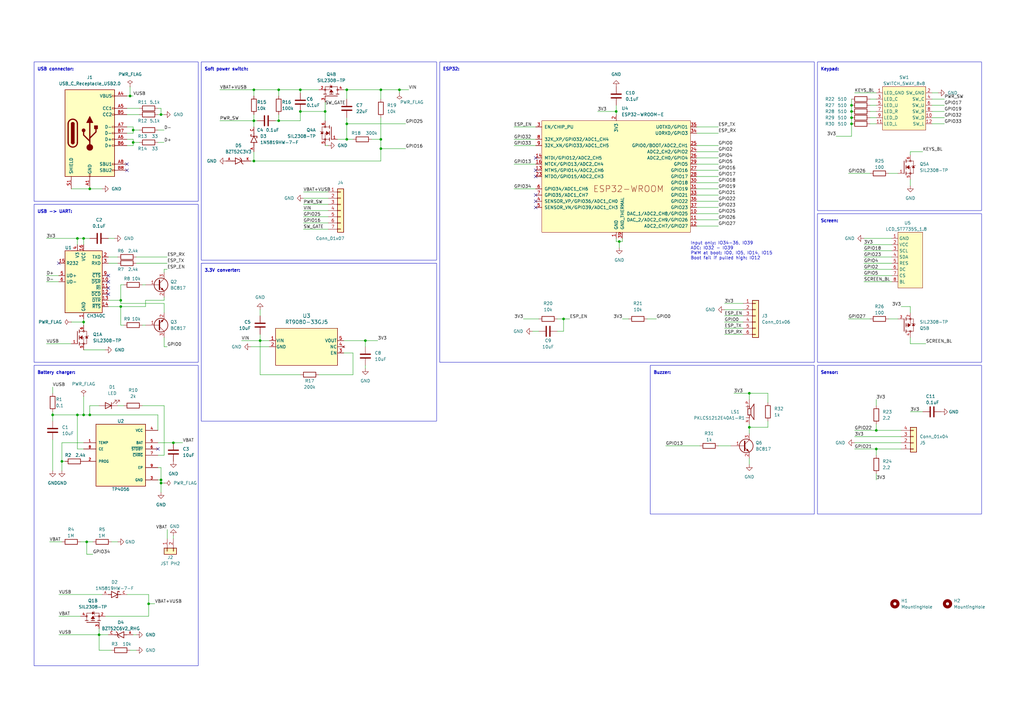
<source format=kicad_sch>
(kicad_sch (version 20230121) (generator eeschema)
  (paper "A3")
  (title_block (title "Differential pressure meter") (date "2023-10-06") (rev "1.0"))
  (junction (at 66.04 46.99))
  (junction (at 104.14 66.04))
  (junction (at 252.73 45.72))
  (junction (at 142.24 50.8))
  (junction (at 123.19 45.72))
  (junction (at 54.61 58.42))
  (junction (at 114.3 49.53))
  (junction (at 34.29 170.18))
  (junction (at 149.86 139.7))
  (junction (at 71.12 181.61))
  (junction (at 35.56 222.25))
  (junction (at 34.29 97.79))
  (junction (at 359.41 184.15))
  (junction (at 31.75 97.79))
  (junction (at 104.14 36.83))
  (junction (at 307.34 161.29))
  (junction (at 25.4 189.23))
  (junction (at 114.3 36.83))
  (junction (at 349.25 43.18))
  (junction (at 133.35 45.72))
  (junction (at 104.14 49.53))
  (junction (at 123.19 36.83))
  (junction (at 156.21 57.15))
  (junction (at 49.53 125.73))
  (junction (at 307.34 175.26))
  (junction (at 36.83 77.47))
  (junction (at 34.29 132.08))
  (junction (at 349.25 48.26))
  (junction (at 54.61 53.34))
  (junction (at 60.96 247.65))
  (junction (at 40.64 260.35))
  (junction (at 66.04 196.85))
  (junction (at 231.14 130.81))
  (junction (at 142.24 57.15))
  (junction (at 36.83 170.18))
  (junction (at 53.34 39.37))
  (junction (at 66.04 198.12))
  (junction (at 349.25 50.8))
  (junction (at 254 99.06))
  (junction (at 156.21 60.96))
  (junction (at 142.24 36.83))
  (junction (at 349.25 45.72))
  (junction (at 106.68 139.7))
  (junction (at 31.75 170.18))
  (junction (at 163.83 36.83))
  (junction (at 359.41 176.53))
  (junction (at 49.53 123.19))
  (junction (at 156.21 36.83))
  (junction (at 21.59 170.18))
  (no_connect (at 64.77 184.15))
  (no_connect (at 219.71 82.55))
  (no_connect (at 44.45 118.11))
  (no_connect (at 219.71 85.09))
  (no_connect (at 44.45 120.65))
  (no_connect (at 219.71 80.01))
  (no_connect (at 52.07 67.31))
  (no_connect (at 24.13 107.95))
  (no_connect (at 44.45 115.57))
  (no_connect (at 219.71 69.85))
  (no_connect (at 219.71 64.77))
  (no_connect (at 44.45 113.03))
  (no_connect (at 219.71 72.39))
  (no_connect (at 52.07 69.85))
  (wire (pts (xy 210.82 67.31) (xy 219.71 67.31)))
  (wire (pts (xy 354.33 113.03) (xy 365.76 113.03)))
  (wire (pts (xy 163.83 38.1) (xy 163.83 36.83)))
  (wire (pts (xy 350.52 38.1) (xy 359.41 38.1)))
  (wire (pts (xy 307.34 161.29) (xy 314.96 161.29)))
  (wire (pts (xy 373.38 63.5) (xy 373.38 62.23)))
  (wire (pts (xy 156.21 57.15) (xy 156.21 60.96)))
  (wire (pts (xy 285.75 64.77) (xy 294.64 64.77)))
  (wire (pts (xy 66.04 201.93) (xy 66.04 198.12)))
  (wire (pts (xy 356.87 40.64) (xy 359.41 40.64)))
  (wire (pts (xy 102.87 66.04) (xy 104.14 66.04)))
  (wire (pts (xy 60.96 243.84) (xy 60.96 247.65)))
  (wire (pts (xy 35.56 222.25) (xy 38.1 222.25)))
  (wire (pts (xy 142.24 48.26) (xy 142.24 50.8)))
  (wire (pts (xy 214.63 130.81) (xy 220.98 130.81)))
  (wire (pts (xy 252.73 45.72) (xy 252.73 46.99)))
  (wire (pts (xy 29.21 77.47) (xy 36.83 77.47)))
  (wire (pts (xy 123.19 36.83) (xy 130.81 36.83)))
  (wire (pts (xy 297.18 127) (xy 304.8 127)))
  (wire (pts (xy 66.04 44.45) (xy 66.04 46.99)))
  (wire (pts (xy 133.35 41.91) (xy 133.35 45.72)))
  (wire (pts (xy 349.25 48.26) (xy 349.25 50.8)))
  (wire (pts (xy 60.96 247.65) (xy 60.96 252.73)))
  (wire (pts (xy 255.27 130.81) (xy 257.81 130.81)))
  (wire (pts (xy 142.24 36.83) (xy 142.24 40.64)))
  (wire (pts (xy 34.29 97.79) (xy 34.29 100.33)))
  (wire (pts (xy 67.31 186.69) (xy 64.77 186.69)))
  (wire (pts (xy 297.18 132.08) (xy 304.8 132.08)))
  (wire (pts (xy 25.4 189.23) (xy 25.4 193.04)))
  (wire (pts (xy 265.43 130.81) (xy 269.24 130.81)))
  (wire (pts (xy 52.07 243.84) (xy 60.96 243.84)))
  (wire (pts (xy 285.75 74.93) (xy 294.64 74.93)))
  (wire (pts (xy 49.53 133.35) (xy 50.8 133.35)))
  (wire (pts (xy 67.31 198.12) (xy 66.04 198.12)))
  (wire (pts (xy 163.83 36.83) (xy 167.64 36.83)))
  (wire (pts (xy 356.87 45.72) (xy 359.41 45.72)))
  (wire (pts (xy 123.19 45.72) (xy 123.19 49.53)))
  (wire (pts (xy 297.18 129.54) (xy 304.8 129.54)))
  (wire (pts (xy 359.41 173.99) (xy 359.41 176.53)))
  (wire (pts (xy 133.35 45.72) (xy 133.35 49.53)))
  (wire (pts (xy 55.88 105.41) (xy 68.58 105.41)))
  (wire (pts (xy 59.69 123.19) (xy 59.69 125.73)))
  (wire (pts (xy 231.14 130.81) (xy 233.68 130.81)))
  (wire (pts (xy 354.33 102.87) (xy 365.76 102.87)))
  (wire (pts (xy 285.75 77.47) (xy 294.64 77.47)))
  (wire (pts (xy 106.68 127) (xy 106.68 129.54)))
  (wire (pts (xy 99.06 139.7) (xy 106.68 139.7)))
  (wire (pts (xy 64.77 44.45) (xy 66.04 44.45)))
  (wire (pts (xy 34.29 97.79) (xy 36.83 97.79)))
  (wire (pts (xy 71.12 181.61) (xy 74.93 181.61)))
  (wire (pts (xy 349.25 55.88) (xy 349.25 50.8)))
  (wire (pts (xy 19.05 140.97) (xy 29.21 140.97)))
  (wire (pts (xy 123.19 153.67) (xy 106.68 153.67)))
  (wire (pts (xy 144.78 153.67) (xy 130.81 153.67)))
  (wire (pts (xy 124.46 86.36) (xy 134.62 86.36)))
  (wire (pts (xy 297.18 134.62) (xy 304.8 134.62)))
  (wire (pts (xy 123.19 38.1) (xy 123.19 36.83)))
  (wire (pts (xy 359.41 194.31) (xy 359.41 196.85)))
  (wire (pts (xy 349.25 45.72) (xy 349.25 48.26)))
  (wire (pts (xy 40.64 266.7) (xy 45.72 266.7)))
  (wire (pts (xy 307.34 173.99) (xy 307.34 175.26)))
  (wire (pts (xy 49.53 125.73) (xy 59.69 125.73)))
  (wire (pts (xy 106.68 139.7) (xy 110.49 139.7)))
  (wire (pts (xy 356.87 43.18) (xy 359.41 43.18)))
  (wire (pts (xy 104.14 66.04) (xy 104.14 62.23)))
  (wire (pts (xy 369.57 125.73) (xy 373.38 125.73)))
  (wire (pts (xy 134.62 59.69) (xy 133.35 59.69)))
  (wire (pts (xy 34.29 143.51) (xy 43.18 143.51)))
  (wire (pts (xy 124.46 81.28) (xy 134.62 81.28)))
  (wire (pts (xy 31.75 170.18) (xy 34.29 170.18)))
  (wire (pts (xy 254 99.06) (xy 255.27 99.06)))
  (wire (pts (xy 382.27 40.64) (xy 387.35 40.64)))
  (wire (pts (xy 149.86 139.7) (xy 154.94 139.7)))
  (wire (pts (xy 349.25 43.18) (xy 349.25 45.72)))
  (wire (pts (xy 53.34 39.37) (xy 54.61 39.37)))
  (wire (pts (xy 307.34 163.83) (xy 307.34 161.29)))
  (wire (pts (xy 104.14 36.83) (xy 104.14 39.37)))
  (wire (pts (xy 285.75 90.17) (xy 294.64 90.17)))
  (wire (pts (xy 106.68 139.7) (xy 106.68 153.67)))
  (wire (pts (xy 102.87 142.24) (xy 110.49 142.24)))
  (wire (pts (xy 52.07 52.07) (xy 54.61 52.07)))
  (wire (pts (xy 347.98 71.12) (xy 356.87 71.12)))
  (wire (pts (xy 354.33 110.49) (xy 365.76 110.49)))
  (wire (pts (xy 67.31 123.19) (xy 59.69 123.19)))
  (wire (pts (xy 24.13 243.84) (xy 41.91 243.84)))
  (wire (pts (xy 314.96 172.72) (xy 314.96 175.26)))
  (wire (pts (xy 31.75 97.79) (xy 34.29 97.79)))
  (wire (pts (xy 350.52 179.07) (xy 369.57 179.07)))
  (wire (pts (xy 297.18 137.16) (xy 304.8 137.16)))
  (wire (pts (xy 285.75 92.71) (xy 294.64 92.71)))
  (wire (pts (xy 106.68 137.16) (xy 106.68 139.7)))
  (wire (pts (xy 54.61 58.42) (xy 54.61 59.69)))
  (wire (pts (xy 45.72 222.25) (xy 48.26 222.25)))
  (wire (pts (xy 58.42 166.37) (xy 67.31 166.37)))
  (wire (pts (xy 140.97 144.78) (xy 144.78 144.78)))
  (wire (pts (xy 285.75 52.07) (xy 294.64 52.07)))
  (wire (pts (xy 54.61 54.61) (xy 52.07 54.61)))
  (wire (pts (xy 373.38 73.66) (xy 373.38 76.2)))
  (wire (pts (xy 40.64 260.35) (xy 40.64 266.7)))
  (wire (pts (xy 66.04 191.77) (xy 66.04 196.85)))
  (wire (pts (xy 210.82 77.47) (xy 219.71 77.47)))
  (wire (pts (xy 231.14 130.81) (xy 231.14 135.89)))
  (wire (pts (xy 114.3 49.53) (xy 123.19 49.53)))
  (wire (pts (xy 25.4 181.61) (xy 25.4 189.23)))
  (wire (pts (xy 53.34 266.7) (xy 55.88 266.7)))
  (wire (pts (xy 285.75 87.63) (xy 294.64 87.63)))
  (wire (pts (xy 19.05 115.57) (xy 24.13 115.57)))
  (wire (pts (xy 349.25 40.64) (xy 349.25 43.18)))
  (wire (pts (xy 149.86 142.24) (xy 149.86 139.7)))
  (wire (pts (xy 54.61 53.34) (xy 57.15 53.34)))
  (wire (pts (xy 210.82 57.15) (xy 219.71 57.15)))
  (wire (pts (xy 67.31 124.46) (xy 67.31 128.27)))
  (wire (pts (xy 24.13 260.35) (xy 40.64 260.35)))
  (wire (pts (xy 104.14 46.99) (xy 104.14 49.53)))
  (wire (pts (xy 156.21 48.26) (xy 156.21 57.15)))
  (wire (pts (xy 142.24 50.8) (xy 142.24 57.15)))
  (wire (pts (xy 373.38 62.23) (xy 378.46 62.23)))
  (wire (pts (xy 35.56 222.25) (xy 33.02 222.25)))
  (wire (pts (xy 359.41 184.15) (xy 369.57 184.15)))
  (wire (pts (xy 382.27 38.1) (xy 384.81 38.1)))
  (wire (pts (xy 285.75 69.85) (xy 294.64 69.85)))
  (wire (pts (xy 64.77 53.34) (xy 67.31 53.34)))
  (wire (pts (xy 347.98 130.81) (xy 356.87 130.81)))
  (wire (pts (xy 40.64 260.35) (xy 44.45 260.35)))
  (wire (pts (xy 156.21 36.83) (xy 156.21 40.64)))
  (wire (pts (xy 285.75 67.31) (xy 294.64 67.31)))
  (wire (pts (xy 294.64 182.88) (xy 299.72 182.88)))
  (wire (pts (xy 54.61 53.34) (xy 54.61 54.61)))
  (wire (pts (xy 43.18 252.73) (xy 60.96 252.73)))
  (wire (pts (xy 364.49 130.81) (xy 368.3 130.81)))
  (wire (pts (xy 52.07 57.15) (xy 54.61 57.15)))
  (wire (pts (xy 54.61 52.07) (xy 54.61 53.34)))
  (wire (pts (xy 52.07 59.69) (xy 54.61 59.69)))
  (wire (pts (xy 373.38 138.43) (xy 373.38 140.97)))
  (wire (pts (xy 67.31 124.46) (xy 49.53 124.46)))
  (wire (pts (xy 300.99 161.29) (xy 307.34 161.29)))
  (wire (pts (xy 382.27 48.26) (xy 387.35 48.26)))
  (wire (pts (xy 58.42 133.35) (xy 59.69 133.35)))
  (wire (pts (xy 53.34 35.56) (xy 53.34 39.37)))
  (wire (pts (xy 373.38 125.73) (xy 373.38 128.27)))
  (wire (pts (xy 114.3 36.83) (xy 123.19 36.83)))
  (wire (pts (xy 285.75 85.09) (xy 294.64 85.09)))
  (wire (pts (xy 210.82 59.69) (xy 219.71 59.69)))
  (wire (pts (xy 90.17 49.53) (xy 104.14 49.53)))
  (wire (pts (xy 285.75 82.55) (xy 294.64 82.55)))
  (wire (pts (xy 21.59 170.18) (xy 21.59 172.72)))
  (wire (pts (xy 114.3 36.83) (xy 114.3 39.37)))
  (wire (pts (xy 218.44 135.89) (xy 220.98 135.89)))
  (wire (pts (xy 60.96 247.65) (xy 63.5 247.65)))
  (wire (pts (xy 36.83 166.37) (xy 40.64 166.37)))
  (wire (pts (xy 285.75 62.23) (xy 294.64 62.23)))
  (wire (pts (xy 350.52 181.61) (xy 369.57 181.61)))
  (wire (pts (xy 21.59 180.34) (xy 21.59 193.04)))
  (wire (pts (xy 49.53 116.84) (xy 50.8 116.84)))
  (wire (pts (xy 68.58 220.98) (xy 68.58 217.17)))
  (wire (pts (xy 55.88 107.95) (xy 68.58 107.95)))
  (wire (pts (xy 25.4 181.61) (xy 34.29 181.61)))
  (wire (pts (xy 44.45 105.41) (xy 48.26 105.41)))
  (wire (pts (xy 34.29 162.56) (xy 34.29 170.18)))
  (wire (pts (xy 140.97 36.83) (xy 142.24 36.83)))
  (wire (pts (xy 356.87 50.8) (xy 359.41 50.8)))
  (wire (pts (xy 44.45 107.95) (xy 48.26 107.95)))
  (wire (pts (xy 382.27 45.72) (xy 387.35 45.72)))
  (wire (pts (xy 307.34 175.26) (xy 307.34 177.8)))
  (wire (pts (xy 44.45 125.73) (xy 49.53 125.73)))
  (wire (pts (xy 307.34 187.96) (xy 307.34 190.5)))
  (wire (pts (xy 382.27 43.18) (xy 387.35 43.18)))
  (wire (pts (xy 285.75 59.69) (xy 294.64 59.69)))
  (wire (pts (xy 29.21 132.08) (xy 34.29 132.08)))
  (wire (pts (xy 52.07 39.37) (xy 53.34 39.37)))
  (wire (pts (xy 359.41 184.15) (xy 359.41 186.69)))
  (wire (pts (xy 142.24 36.83) (xy 156.21 36.83)))
  (wire (pts (xy 149.86 149.86) (xy 149.86 151.13)))
  (wire (pts (xy 41.91 77.47) (xy 36.83 77.47)))
  (wire (pts (xy 64.77 58.42) (xy 67.31 58.42)))
  (wire (pts (xy 66.04 196.85) (xy 64.77 196.85)))
  (wire (pts (xy 31.75 97.79) (xy 31.75 100.33)))
  (wire (pts (xy 228.6 135.89) (xy 231.14 135.89)))
  (wire (pts (xy 254 99.06) (xy 254 101.6)))
  (wire (pts (xy 123.19 45.72) (xy 133.35 45.72)))
  (wire (pts (xy 359.41 163.83) (xy 359.41 166.37)))
  (wire (pts (xy 354.33 97.79) (xy 365.76 97.79)))
  (wire (pts (xy 252.73 97.79) (xy 252.73 99.06)))
  (wire (pts (xy 124.46 93.98) (xy 134.62 93.98)))
  (wire (pts (xy 58.42 116.84) (xy 59.69 116.84)))
  (wire (pts (xy 156.21 60.96) (xy 166.37 60.96)))
  (wire (pts (xy 124.46 83.82) (xy 134.62 83.82)))
  (wire (pts (xy 49.53 125.73) (xy 49.53 133.35)))
  (wire (pts (xy 113.03 49.53) (xy 114.3 49.53)))
  (wire (pts (xy 350.52 176.53) (xy 359.41 176.53)))
  (wire (pts (xy 66.04 198.12) (xy 66.04 196.85)))
  (wire (pts (xy 31.75 184.15) (xy 31.75 170.18)))
  (wire (pts (xy 142.24 57.15) (xy 144.78 57.15)))
  (wire (pts (xy 52.07 44.45) (xy 57.15 44.45)))
  (wire (pts (xy 138.43 57.15) (xy 142.24 57.15)))
  (wire (pts (xy 40.64 257.81) (xy 40.64 260.35)))
  (wire (pts (xy 64.77 170.18) (xy 64.77 176.53)))
  (wire (pts (xy 156.21 60.96) (xy 156.21 66.04)))
  (wire (pts (xy 124.46 88.9) (xy 134.62 88.9)))
  (wire (pts (xy 342.9 55.88) (xy 349.25 55.88)))
  (wire (pts (xy 273.05 182.88) (xy 287.02 182.88)))
  (wire (pts (xy 124.46 78.74) (xy 134.62 78.74)))
  (wire (pts (xy 285.75 80.01) (xy 294.64 80.01)))
  (wire (pts (xy 24.13 252.73) (xy 33.02 252.73)))
  (wire (pts (xy 54.61 57.15) (xy 54.61 58.42)))
  (wire (pts (xy 255.27 97.79) (xy 255.27 99.06)))
  (wire (pts (xy 36.83 166.37) (xy 36.83 170.18)))
  (wire (pts (xy 19.05 97.79) (xy 31.75 97.79)))
  (wire (pts (xy 382.27 50.8) (xy 387.35 50.8)))
  (wire (pts (xy 34.29 133.35) (xy 34.29 132.08)))
  (wire (pts (xy 350.52 184.15) (xy 359.41 184.15)))
  (wire (pts (xy 20.32 222.25) (xy 25.4 222.25)))
  (wire (pts (xy 104.14 49.53) (xy 104.14 52.07)))
  (wire (pts (xy 38.1 227.33) (xy 35.56 227.33)))
  (wire (pts (xy 21.59 158.75) (xy 21.59 161.29)))
  (wire (pts (xy 285.75 54.61) (xy 294.64 54.61)))
  (wire (pts (xy 44.45 123.19) (xy 49.53 123.19)))
  (wire (pts (xy 49.53 116.84) (xy 49.53 123.19)))
  (wire (pts (xy 66.04 46.99) (xy 64.77 46.99)))
  (wire (pts (xy 156.21 36.83) (xy 163.83 36.83)))
  (wire (pts (xy 359.41 176.53) (xy 369.57 176.53)))
  (wire (pts (xy 314.96 161.29) (xy 314.96 165.1)))
  (wire (pts (xy 252.73 43.18) (xy 252.73 45.72)))
  (wire (pts (xy 156.21 57.15) (xy 152.4 57.15)))
  (wire (pts (xy 34.29 170.18) (xy 36.83 170.18)))
  (wire (pts (xy 67.31 111.76) (xy 67.31 110.49)))
  (wire (pts (xy 364.49 71.12) (xy 368.3 71.12)))
  (wire (pts (xy 90.17 36.83) (xy 104.14 36.83)))
  (wire (pts (xy 297.18 124.46) (xy 304.8 124.46)))
  (wire (pts (xy 142.24 50.8) (xy 166.37 50.8)))
  (wire (pts (xy 356.87 48.26) (xy 359.41 48.26)))
  (wire (pts (xy 21.59 170.18) (xy 31.75 170.18)))
  (wire (pts (xy 210.82 52.07) (xy 219.71 52.07)))
  (wire (pts (xy 373.38 168.91) (xy 378.46 168.91)))
  (wire (pts (xy 104.14 36.83) (xy 114.3 36.83)))
  (wire (pts (xy 228.6 130.81) (xy 231.14 130.81)))
  (wire (pts (xy 67.31 138.43) (xy 67.31 142.24)))
  (wire (pts (xy 104.14 66.04) (xy 156.21 66.04)))
  (wire (pts (xy 354.33 115.57) (xy 365.76 115.57)))
  (wire (pts (xy 252.73 99.06) (xy 254 99.06)))
  (wire (pts (xy 52.07 46.99) (xy 57.15 46.99)))
  (wire (pts (xy 49.53 123.19) (xy 49.53 124.46)))
  (wire (pts (xy 124.46 91.44) (xy 134.62 91.44)))
  (wire (pts (xy 50.8 166.37) (xy 48.26 166.37)))
  (wire (pts (xy 245.11 45.72) (xy 252.73 45.72)))
  (wire (pts (xy 67.31 166.37) (xy 67.31 186.69)))
  (wire (pts (xy 67.31 142.24) (xy 68.58 142.24)))
  (wire (pts (xy 373.38 140.97) (xy 379.73 140.97)))
  (wire (pts (xy 354.33 105.41) (xy 365.76 105.41)))
  (wire (pts (xy 19.05 113.03) (xy 24.13 113.03)))
  (wire (pts (xy 34.29 184.15) (xy 31.75 184.15)))
  (wire (pts (xy 67.31 46.99) (xy 66.04 46.99)))
  (wire (pts (xy 54.61 58.42) (xy 57.15 58.42)))
  (wire (pts (xy 285.75 72.39) (xy 294.64 72.39)))
  (wire (pts (xy 34.29 132.08) (xy 34.29 130.81)))
  (wire (pts (xy 354.33 100.33) (xy 365.76 100.33)))
  (wire (pts (xy 35.56 222.25) (xy 35.56 227.33)))
  (wire (pts (xy 104.14 49.53) (xy 105.41 49.53)))
  (wire (pts (xy 140.97 139.7) (xy 149.86 139.7)))
  (wire (pts (xy 67.31 123.19) (xy 67.31 121.92)))
  (wire (pts (xy 54.61 260.35) (xy 55.88 260.35)))
  (wire (pts (xy 21.59 168.91) (xy 21.59 170.18)))
  (wire (pts (xy 71.12 219.71) (xy 71.12 220.98)))
  (wire (pts (xy 354.33 107.95) (xy 365.76 107.95)))
  (wire (pts (xy 144.78 144.78) (xy 144.78 153.67)))
  (wire (pts (xy 67.31 110.49) (xy 68.58 110.49)))
  (wire (pts (xy 64.77 191.77) (xy 66.04 191.77)))
  (wire (pts (xy 64.77 181.61) (xy 71.12 181.61)))
  (wire (pts (xy 44.45 97.79) (xy 46.99 97.79)))
  (wire (pts (xy 307.34 175.26) (xy 314.96 175.26)))
  (wire (pts (xy 25.4 189.23) (xy 26.67 189.23)))
  (wire (pts (xy 114.3 46.99) (xy 114.3 49.53)))
  (wire (pts (xy 36.83 170.18) (xy 64.77 170.18)))
  (rectangle (start 335.28 149.86) (end 402.59 210.82))
  (rectangle (start 13.97 149.86) (end 81.28 273.05))
  (rectangle (start 82.55 25.4) (end 179.07 106.68))
  (rectangle (start 335.28 25.4) (end 402.59 86.36))
  (rectangle (start 335.28 87.63) (end 402.59 148.59))
  (rectangle (start 180.34 25.4) (end 334.01 148.59))
  (rectangle (start 13.97 25.4) (end 81.28 82.55))
  (rectangle (start 82.55 107.95) (end 179.07 172.72))
  (rectangle (start 266.7 149.86) (end 334.01 210.82))
  (rectangle (start 13.97 83.82) (end 81.28 148.59))
  (text "Screen:" (at 336.55 91.44 0) (effects (font (size 1.27 1.27) (thickness 0.254) bold) (justify left bottom)))
  (text "Keypad:" (at 336.55 29.21 0) (effects (font (size 1.27 1.27) (thickness 0.254) bold) (justify left bottom)))
  (text "3.3V converter:" (at 83.82 111.76 0) (effects (font (size 1.27 1.27) (thickness 0.254) bold) (justify left bottom)))
  (text "Sensor:" (at 336.55 153.67 0) (effects (font (size 1.27 1.27) (thickness 0.254) bold) (justify left bottom)))
  (text "Input only: IO34-36, IO39\nADC: IO32 - IO39\nPWM at boot: IO0, IO5, IO14, IO15\nBoot fail if pulled high: IO12" (at 283.21 106.68 0) (effects (font (size 1.27 1.27)) (justify left bottom)))
  (text "USB -> UART:" (at 15.24 87.63 0) (effects (font (size 1.27 1.27) (thickness 0.254) bold) (justify left bottom)))
  (text "Soft power switch:" (at 83.82 29.21 0) (effects (font (size 1.27 1.27) (thickness 0.254) bold) (justify left bottom)))
  (text "USB connector:" (at 15.24 29.21 0) (effects (font (size 1.27 1.27) (thickness 0.254) bold) (justify left bottom)))
  (text "ESP32:" (at 181.61 29.21 0) (effects (font (size 1.27 1.27) (thickness 0.254) bold) (justify left bottom)))
  (text "Buzzer:" (at 267.97 153.67 0) (effects (font (size 1.27 1.27) (thickness 0.254) bold) (justify left bottom)))
  (text "Battery charger:" (at 15.24 153.67 0) (effects (font (size 1.27 1.27) (thickness 0.254) bold) (justify left bottom)))
  (label "GPIO26" (at 347.98 71.12 0))
  (label "GPIO25" (at 294.64 87.63 0))
  (label "GPIO23" (at 354.33 105.41 0))
  (label "GPIO32" (at 387.35 48.26 0))
  (label "GPIO22" (at 294.64 82.55 0))
  (label "SCREEN_BL" (at 379.73 140.97 0))
  (label "VUSB" (at 54.61 39.37 0))
  (label "GPIO13" (at 210.82 67.31 0))
  (label "3V3" (at 373.38 168.91 0))
  (label "GPIO34" (at 38.1 227.33 0))
  (label "GPIO19" (at 387.35 45.72 0))
  (label "VBAT+VUSB" (at 63.5 247.65 0))
  (label "D-" (at 67.31 53.34 0))
  (label "GPIO21" (at 294.64 80.01 0))
  (label "3V3" (at 154.94 139.7 0))
  (label "GPIO2" (at 294.64 62.23 0))
  (label "PWR_SW" (at 387.35 40.64 0))
  (label "VBAT+VUSB" (at 90.17 36.83 0))
  (label "3V3" (at 214.63 130.81 180))
  (label "GPIO25" (at 166.37 50.8 0))
  (label "GPIO18" (at 354.33 102.87 0))
  (label "VBAT" (at 74.93 181.61 0))
  (label "ESP_EN" (at 297.18 129.54 0))
  (label "GPIO16" (at 294.64 69.85 0))
  (label "SW_GATE" (at 133.35 43.18 0))
  (label "GPIO19" (at 294.64 77.47 0))
  (label "3V3" (at 342.9 55.88 180))
  (label "GPIO23" (at 294.64 85.09 0))
  (label "ESP_RX" (at 68.58 105.41 0))
  (label "3V3" (at 359.41 163.83 0))
  (label "D+" (at 19.05 113.03 0))
  (label "GPIO22" (at 350.52 176.53 0))
  (label "ESP_RX" (at 294.64 54.61 0))
  (label "SW_GATE" (at 124.46 93.98 0))
  (label "ESP_TX" (at 297.18 134.62 0))
  (label "PWR_SW" (at 124.46 83.82 0))
  (label "VIN" (at 124.46 86.36 0))
  (label "ESP_TX" (at 68.58 107.95 0))
  (label "GPIO27" (at 347.98 130.81 0))
  (label "3V3" (at 245.11 45.72 0))
  (label "ESP_EN" (at 68.58 110.49 0))
  (label "ESP_EN" (at 210.82 52.07 0))
  (label "GPIO13" (at 273.05 182.88 0))
  (label "VUSB" (at 24.13 243.84 0))
  (label "GPIO16" (at 124.46 91.44 0))
  (label "VIN" (at 99.06 139.7 0))
  (label "VBAT+VUSB" (at 124.46 78.74 0))
  (label "KEYS_BL" (at 378.46 62.23 0))
  (label "ESP_RX" (at 297.18 137.16 0))
  (label "GPIO2" (at 354.33 110.49 0))
  (label "GPIO17" (at 387.35 43.18 0))
  (label "VIN" (at 167.64 36.83 0))
  (label "GPIO16" (at 166.37 60.96 0))
  (label "GPIO25" (at 124.46 88.9 0))
  (label "GPIO0" (at 294.64 59.69 0))
  (label "GPIO4" (at 294.64 64.77 0))
  (label "3V3" (at 19.05 97.79 0))
  (label "GPIO0" (at 269.24 130.81 0))
  (label "GPIO21" (at 350.52 184.15 0))
  (label "3V3" (at 297.18 124.46 0))
  (label "VUSB" (at 24.13 260.35 0))
  (label "VBAT" (at 24.13 252.73 0))
  (label "GPIO27" (at 294.64 92.71 0))
  (label "3V3" (at 354.33 100.33 0))
  (label "KEYS_BL" (at 350.52 38.1 0))
  (label "GPIO5" (at 294.64 67.31 0))
  (label "VUSB" (at 19.05 140.97 0))
  (label "VUSB" (at 21.59 158.75 0))
  (label "3V3" (at 255.27 130.81 180))
  (label "VBAT" (at 20.32 222.25 0))
  (label "ESP_TX" (at 294.64 52.07 0))
  (label "SCREEN_BL" (at 354.33 115.57 0))
  (label "GPIO33" (at 387.35 50.8 0))
  (label "3V3" (at 300.99 161.29 0))
  (label "GPIO33" (at 210.82 59.69 0))
  (label "ESP_EN" (at 233.68 130.81 0))
  (label "GPIO0" (at 297.18 132.08 0))
  (label "3V3" (at 369.57 125.73 180))
  (label "GPIO4" (at 354.33 107.95 0))
  (label "D+" (at 67.31 58.42 0))
  (label "GPIO18" (at 294.64 74.93 0))
  (label "PWR_SW" (at 90.17 49.53 0))
  (label "3V3" (at 350.52 179.07 0))
  (label "GPIO34" (at 210.82 77.47 0))
  (label "GPIO0" (at 68.58 142.24 0))
  (label "GPIO5" (at 354.33 113.03 0))
  (label "GPIO17" (at 294.64 72.39 0))
  (label "VBAT" (at 68.58 217.17 180))
  (label "3V3" (at 359.41 196.85 0))
  (label "GPIO26" (at 294.64 90.17 0))
  (label "D-" (at 19.05 115.57 0))
  (label "GPIO32" (at 210.82 57.15 0))
  (symbol (lib_id "power:GND") (at 67.31 46.99 90) (unit 1)
    (property "Reference" "#PWR010" (effects hide))
    (property "Value" "GND" (at 71.12 46.99 90) (effects (justify right)))
  )
  (symbol (lib_id "Device:R") (at 224.79 130.81 90) (unit 1)
    (property "Reference" "R20" (at 224.79 124.46 90))
    (property "Value" "10k" (at 224.79 127 90))
    (property "Footprint" "Resistor_SMD:R_0805_2012Metric_Pad1.20x1.40mm_HandSolder" (effects hide))
  )
  (symbol (lib_id "Connector_Generic:Conn_01x06") (at 309.88 129.54 0) (unit 1)
    (property "Reference" "J3" (at 312.42 129.54 0) (effects (justify left)))
    (property "Value" "Conn_01x06" (at 312.42 132.08 0) (effects (justify left)))
    (property "Footprint" "Connector_PinHeader_2.54mm:PinHeader_1x06_P2.54mm_Vertical" (effects hide))
  )
  (symbol (lib_id "Connector:USB_C_Receptacle_USB2.0") (at 36.83 54.61 0) (unit 1)
    (property "Reference" "J1" (at 36.83 31.75 0))
    (property "Value" "USB_C_Receptacle_USB2.0" (at 36.83 34.29 0))
    (property "Footprint" "Connector_USB:USB_C_Receptacle_GCT_USB4105-xx-A_16P_TopMnt_Horizontal" (effects hide))
    (property "Datasheet" "https://www.usb.org/sites/default/files/documents/usb_type-c.zip" (effects hide))
  )
  (symbol (lib_id "Connector_Generic:Conn_01x02") (at 68.58 226.06 90) (mirror x) (unit 1)
    (property "Reference" "J2" (at 69.85 228.6 90))
    (property "Value" "JST PH2" (at 69.85 231.14 90))
    (property "Footprint" "Connector_JST:JST_PH_S2B-PH-K_1x02_P2.00mm_Horizontal" (effects hide))
  )
  (symbol (lib_id "power:GND") (at 373.38 76.2 0) (unit 1)
    (property "Reference" "#PWR022" (effects hide))
    (property "Value" "GND" (at 373.38 81.28 0))
  )
  (symbol (lib_id "Device:R") (at 156.21 44.45 0) (unit 1)
    (property "Reference" "R19" (at 158.75 43.18 0) (effects (justify left)))
    (property "Value" "10k" (at 158.75 45.72 0) (effects (justify left)))
    (property "Footprint" "Resistor_SMD:R_0805_2012Metric_Pad1.20x1.40mm_HandSolder" (effects hide))
  )
  (symbol (lib_id "Device:C") (at 224.79 135.89 90) (unit 1)
    (property "Reference" "C9" (at 224.79 139.7 90))
    (property "Value" "10uF" (at 224.79 142.24 90))
    (property "Footprint" "Capacitor_SMD:C_0805_2012Metric_Pad1.18x1.45mm_HandSolder" (effects hide))
  )
  (symbol (lib_id "SIL2308-TP:SIL2308-TP") (at 373.38 133.35 0) (mirror x) (unit 2)
    (property "Reference" "Q5" (at 377.19 134.62 0) (effects (justify left)))
    (property "Value" "SIL2308-TP" (at 377.19 132.08 0) (effects (justify left)))
    (property "Footprint" "Package_TO_SOT_SMD:SOT-23-6" (effects hide))
  )
  (symbol (lib_id "power:PWR_FLAG") (at 34.29 162.56 0) (unit 1)
    (property "Reference" "#FLG04" (effects hide))
    (property "Value" "PWR_FLAG" (at 34.29 157.48 0))
  )
  (symbol (lib_id "Device:R") (at 104.14 43.18 0) (unit 1)
    (property "Reference" "R15" (at 105.41 41.91 0) (effects (justify left)))
    (property "Value" "10k" (at 105.41 44.45 0) (effects (justify left)))
    (property "Footprint" "Resistor_SMD:R_0805_2012Metric_Pad1.20x1.40mm_HandSolder" (effects hide))
  )
  (symbol (lib_id "Device:R") (at 60.96 44.45 90) (unit 1)
    (property "Reference" "R11" (at 58.42 41.91 90))
    (property "Value" "5.1k" (at 63.5 41.91 90))
    (property "Footprint" "Resistor_SMD:R_0805_2012Metric_Pad1.20x1.40mm_HandSolder" (effects hide))
  )
  (symbol (lib_id "Device:R") (at 60.96 53.34 90) (unit 1)
    (property "Reference" "R13" (at 58.42 55.88 90))
    (property "Value" "33" (at 63.5 55.88 90))
    (property "Footprint" "Resistor_SMD:R_0805_2012Metric_Pad1.20x1.40mm_HandSolder" (effects hide))
  )
  (symbol (lib_id "Device:C") (at 123.19 41.91 0) (unit 1)
    (property "Reference" "C6" (at 125.73 40.64 0) (effects (justify left)))
    (property "Value" "0.1uF" (at 125.73 43.18 0) (effects (justify left)))
    (property "Footprint" "Capacitor_SMD:C_0805_2012Metric_Pad1.18x1.45mm_HandSolder" (effects hide))
  )
  (symbol (lib_id "Device:R") (at 52.07 105.41 90) (unit 1)
    (property "Reference" "R6" (at 49.53 102.87 90))
    (property "Value" "2.4k" (at 54.61 102.87 90))
    (property "Footprint" "Resistor_SMD:R_0805_2012Metric_Pad1.20x1.40mm_HandSolder" (effects hide))
  )
  (symbol (lib_id "Device:R") (at 29.21 222.25 90) (mirror x) (unit 1)
    (property "Reference" "R4" (at 30.48 217.17 90) (effects (justify left)))
    (property "Value" "1M" (at 30.48 219.71 90) (effects (justify left)))
    (property "Footprint" "Resistor_SMD:R_0805_2012Metric_Pad1.20x1.40mm_HandSolder" (effects hide))
  )
  (symbol (lib_id "power:GND") (at 41.91 77.47 90) (unit 1)
    (property "Reference" "#PWR04" (effects hide))
    (property "Value" "GND" (at 45.72 77.47 90) (effects (justify right)))
  )
  (symbol (lib_id "Device:R") (at 359.41 170.18 0) (unit 1)
    (property "Reference" "R23" (at 361.95 168.91 0) (effects (justify left)))
    (property "Value" "2.2" (at 361.95 171.45 0) (effects (justify left)))
    (property "Footprint" "Resistor_SMD:R_0805_2012Metric_Pad1.20x1.40mm_HandSolder" (effects hide))
  )
  (symbol (lib_id "power:GND") (at 48.26 222.25 90) (mirror x) (unit 1)
    (property "Reference" "#PWR08" (effects hide))
    (property "Value" "GND" (at 53.34 222.25 90))
  )
  (symbol (lib_id "power:GND") (at 354.33 97.79 270) (unit 1)
    (property "Reference" "#PWR021" (effects hide))
    (property "Value" "GND" (at 350.52 97.79 90) (effects (justify right)))
  )
  (symbol (lib_id "BZT52C6V2_RHG:BZT52C6V2_RHG") (at 49.53 260.35 180) (unit 1)
    (property "Reference" "D4" (at 49.53 255.27 0))
    (property "Value" "BZT52C6V2_RHG" (at 49.53 257.81 0))
    (property "Footprint" "footprints:SOD3715X145N" (effects hide))
    (property "MF" "Taiwan Semiconductor" (effects hide))
    (property "MAXIMUM_PACKAGE_HEIGHT" "1.15 mm" (effects hide))
    (property "Package" "SOD-123F Taiwan Semiconductor" (effects hide))
    (property "Price" "None" (effects hide))
    (property "Check_prices" "https://www.snapeda.com/parts/BZT52C6V2%20RHG/Taiwan+Semiconductor/view-part/?ref=eda" (effects hide))
    (property "STANDARD" "Manufacturer Recommendations" (effects hide))
    (property "PARTREV" "F15" (effects hide))
    (property "SnapEDA_Link" "https://www.snapeda.com/parts/BZT52C6V2%20RHG/Taiwan+Semiconductor/view-part/?ref=snap" (effects hide))
    (property "MP" "BZT52C6V2 RHG" (effects hide))
    (property "Purchase-URL" "https://www.snapeda.com/api/url_track_click_mouser/?unipart_id=9409629&manufacturer=Taiwan Semiconductor&part_name=BZT52C6V2 RHG&search_term=bzt52c6v2-rhg" (effects hide))
    (property "Description" "\nSOD-123F, 500mW, 5%, Small Signal Zener Diode\n" (effects hide))
    (property "Availability" "In Stock" (effects hide))
    (property "MANUFACTURER" "Taiwan Semiconductor" (effects hide))
  )
  (symbol (lib_id "Device:C") (at 149.86 146.05 0) (unit 1)
    (property "Reference" "C8" (at 153.67 144.78 0) (effects (justify left)))
    (property "Value" "10uF" (at 153.67 147.32 0) (effects (justify left)))
    (property "Footprint" "Capacitor_SMD:C_0805_2012Metric_Pad1.18x1.45mm_HandSolder" (effects hide))
  )
  (symbol (lib_id "power:GND") (at 25.4 193.04 0) (unit 1)
    (property "Reference" "#PWR02" (effects hide))
    (property "Value" "GND" (at 25.4 198.12 0))
  )
  (symbol (lib_id "Device:R") (at 127 153.67 90) (unit 1)
    (property "Reference" "R17" (at 127 156.21 90))
    (property "Value" "200k" (at 127 158.75 90))
    (property "Footprint" "Resistor_SMD:R_0805_2012Metric_Pad1.20x1.40mm_HandSolder" (effects hide))
  )
  (symbol (lib_id "power:GND") (at 149.86 151.13 0) (unit 1)
    (property "Reference" "#PWR016" (effects hide))
    (property "Value" "GND" (at 149.86 156.21 0))
  )
  (symbol (lib_id "Device:R") (at 359.41 190.5 0) (unit 1)
    (property "Reference" "R24" (at 361.95 189.23 0) (effects (justify left)))
    (property "Value" "2.2" (at 361.95 191.77 0) (effects (justify left)))
    (property "Footprint" "Resistor_SMD:R_0805_2012Metric_Pad1.20x1.40mm_HandSolder" (effects hide))
  )
  (symbol (lib_id "Connector_Generic:Conn_01x07") (at 139.7 86.36 0) (unit 1)
    (property "Reference" "J4" (at 138.43 74.93 0) (effects (justify left)))
    (property "Value" "Conn_01x07" (at 129.54 97.79 0) (effects (justify left)))
    (property "Footprint" "Connector_PinHeader_2.54mm:PinHeader_1x07_P2.54mm_Vertical" (effects hide))
  )
  (symbol (lib_id "Device:R") (at 148.59 57.15 90) (unit 1)
    (property "Reference" "R18" (at 146.05 54.61 90))
    (property "Value" "300k" (at 152.4 54.61 90))
    (property "Footprint" "Resistor_SMD:R_0805_2012Metric_Pad1.20x1.40mm_HandSolder" (effects hide))
  )
  (symbol (lib_id "1N5819HW-7-F:1N5819HW-7-F") (at 104.14 57.15 90) (unit 1)
    (property "Reference" "D3" (at 106.68 55.88 90) (effects (justify right)))
    (property "Value" "1N5819HW-7-F" (at 106.68 58.42 90) (effects (justify right)))
    (property "Footprint" "footprints:SOD3715X145N" (effects hide))
    (property "MF" "Diodes Inc." (effects hide))
    (property "Description" "\nDiode Schottky 1A 40V SOD123 | Diodes Inc 1N5819HW-7-F\n" (effects hide))
    (property "Package" "SOD-123 Fairchild Semiconductor" (effects hide))
    (property "Price" "None" (effects hide))
    (property "Check_prices" "https://www.snapeda.com/parts/1N5819HW-7-F/Diodes+Inc./view-part/?ref=eda" (effects hide))
    (property "STANDARD" "IPC-7351B" (effects hide))
    (property "PARTREV" "18-2" (effects hide))
    (property "SnapEDA_Link" "https://www.snapeda.com/parts/1N5819HW-7-F/Diodes+Inc./view-part/?ref=snap" (effects hide))
    (property "MP" "1N5819HW-7-F" (effects hide))
    (property "Purchase-URL" "https://www.snapeda.com/api/url_track_click_mouser/?unipart_id=42272&manufacturer=Diodes Inc.&part_name=1N5819HW-7-F&search_term=None" (effects hide))
    (property "Availability" "In Stock" (effects hide))
    (property "MANUFACTURER" "Diodes Inc." (effects hide))
  )
  (symbol (lib_id "power:GND") (at 46.99 97.79 90) (unit 1)
    (property "Reference" "#PWR07" (effects hide))
    (property "Value" "GND" (at 50.8 97.79 90) (effects (justify right)))
  )
  (symbol (lib_id "LCD_ST7735S_1.8:LCD_ST7735S_1.8") (at 373.38 118.11 0) (unit 1)
    (property "Reference" "U5" (at 370.84 91.44 0) (effects (justify left)))
    (property "Value" "LCD_ST7735S_1.8" (at 363.22 93.98 0) (effects (justify left)))
    (property "Footprint" "footprints:LCD_ST7735S_1.8" (effects hide))
  )
  (symbol (lib_id "Device:C") (at 109.22 49.53 270) (unit 1)
    (property "Reference" "C4" (at 106.68 53.34 90))
    (property "Value" "0.1uF" (at 111.76 53.34 90))
    (property "Footprint" "Capacitor_SMD:C_0805_2012Metric_Pad1.18x1.45mm_HandSolder" (effects hide))
  )
  (symbol (lib_id "BZT52C3V3-7-F:BZT52C3V3-7-F") (at 97.79 66.04 0) (unit 1)
    (property "Reference" "D5" (at 97.79 59.69 0))
    (property "Value" "BZT52C3V3" (at 97.79 62.23 0))
    (property "Footprint" "footprints:SOD3715X135N" (effects hide))
    (property "MF" "Diodes Inc." (effects hide))
    (property "Description" "\nDiode Zener 3.3V 6% 500mW 2Pin SOD123 | Diodes Inc BZT52C3V3-7-F\n" (effects hide))
    (property "Package" "SOD-123 Fairchild Semiconductor" (effects hide))
    (property "Price" "None" (effects hide))
    (property "Check_prices" "https://www.snapeda.com/parts/BZT52C3V3-7-F/Diodes+Inc./view-part/?ref=eda" (effects hide))
    (property "SnapEDA_Link" "https://www.snapeda.com/parts/BZT52C3V3-7-F/Diodes+Inc./view-part/?ref=snap" (effects hide))
    (property "MP" "BZT52C3V3-7-F" (effects hide))
    (property "Availability" "In Stock" (effects hide))
    (property "Purchase-URL" "https://www.snapeda.com/api/url_track_click_mouser/?unipart_id=285900&manufacturer=Diodes Inc.&part_name=BZT52C3V3-7-F&search_term=bzt52-c3v3" (effects hide))
  )
  (symbol (lib_id "Device:R") (at 360.68 130.81 90) (unit 1)
    (property "Reference" "R26" (at 360.68 125.73 90))
    (property "Value" "100" (at 360.68 128.27 90))
    (property "Footprint" "Resistor_SMD:R_0805_2012Metric_Pad1.20x1.40mm_HandSolder" (effects hide))
  )
  (symbol (lib_id "Device:R") (at 353.06 50.8 90) (unit 1)
    (property "Reference" "R30" (at 340.36 50.8 90))
    (property "Value" "510" (at 345.44 50.8 90))
    (property "Footprint" "Resistor_SMD:R_0805_2012Metric_Pad1.20x1.40mm_HandSolder" (effects hide))
  )
  (symbol (lib_id "SIL2308-TP:SIL2308-TP") (at 133.35 54.61 0) (mirror y) (unit 1)
    (property "Reference" "Q4" (at 129.54 53.34 0) (effects (justify left)))
    (property "Value" "SIL2308-TP" (at 129.54 55.88 0) (effects (justify left)))
    (property "Footprint" "Package_TO_SOT_SMD:SOT-23-6" (effects hide))
  )
  (symbol (lib_id "Device:R") (at 290.83 182.88 90) (unit 1)
    (property "Reference" "R31" (at 290.83 177.8 90))
    (property "Value" "1k" (at 290.83 180.34 90))
    (property "Footprint" "Resistor_SMD:R_0805_2012Metric_Pad1.20x1.40mm_HandSolder" (effects hide))
  )
  (symbol (lib_id "Device:R") (at 114.3 43.18 0) (unit 1)
    (property "Reference" "R16" (at 115.57 41.91 0) (effects (justify left)))
    (property "Value" "100k" (at 115.57 44.45 0) (effects (justify left)))
    (property "Footprint" "Resistor_SMD:R_0805_2012Metric_Pad1.20x1.40mm_HandSolder" (effects hide))
  )
  (symbol (lib_id "Device:R") (at 360.68 71.12 90) (unit 1)
    (property "Reference" "R25" (at 360.68 66.04 90))
    (property "Value" "100" (at 360.68 68.58 90))
    (property "Footprint" "Resistor_SMD:R_0805_2012Metric_Pad1.20x1.40mm_HandSolder" (effects hide))
  )
  (symbol (lib_id "Transistor_BJT:BC817") (at 64.77 133.35 0) (mirror x) (unit 1)
    (property "Reference" "Q3" (at 69.85 132.08 0) (effects (justify left)))
    (property "Value" "BC817" (at 69.85 134.62 0) (effects (justify left)))
    (property "Footprint" "Package_TO_SOT_SMD:SOT-23" (effects hide))
    (property "Datasheet" "https://www.onsemi.com/pub/Collateral/BC818-D.pdf" (effects hide))
  )
  (symbol (lib_id "Device:R") (at 353.06 43.18 90) (unit 1)
    (property "Reference" "R27" (at 340.36 43.18 90))
    (property "Value" "510" (at 345.44 43.18 90))
    (property "Footprint" "Resistor_SMD:R_0805_2012Metric_Pad1.20x1.40mm_HandSolder" (effects hide))
  )
  (symbol (lib_id "power:GND") (at 71.12 219.71 0) (mirror x) (unit 1)
    (property "Reference" "#PWR06" (effects hide))
    (property "Value" "GND" (at 73.66 215.9 0) (effects (justify right)))
  )
  (symbol (lib_id "Transistor_BJT:BC817") (at 64.77 116.84 0) (unit 1)
    (property "Reference" "Q2" (at 69.85 115.57 0) (effects (justify left)))
    (property "Value" "BC817" (at 69.85 118.11 0) (effects (justify left)))
    (property "Footprint" "Package_TO_SOT_SMD:SOT-23" (effects hide))
    (property "Datasheet" "https://www.onsemi.com/pub/Collateral/BC818-D.pdf" (effects hide))
  )
  (symbol (lib_id "Espressif:ESP32-WROOM-E") (at 252.73 72.39 0) (unit 1)
    (property "Reference" "U4" (at 254.9241 44.45 0) (effects (justify left)))
    (property "Value" "ESP32-WROOM-E" (at 254.9241 46.99 0) (effects (justify left)))
    (property "Footprint" "footprints:ESP32-WROOM-32E" (effects hide))
    (property "Datasheet" "https://www.espressif.com/sites/default/files/documentation/esp32-wroom-32e_esp32-wroom-32ue_datasheet_en.pdf" (effects hide))
  )
  (symbol (lib_id "power:GND") (at 55.88 260.35 90) (unit 1)
    (property "Reference" "#PWR026" (effects hide))
    (property "Value" "GND" (at 59.69 260.35 90) (effects (justify right)))
  )
  (symbol (lib_id "power:GND") (at 43.18 143.51 90) (unit 1)
    (property "Reference" "#PWR05" (effects hide))
    (property "Value" "GND" (at 46.99 143.51 90) (effects (justify right)))
  )
  (symbol (lib_id "Transistor_BJT:BC817") (at 304.8 182.88 0) (unit 1)
    (property "Reference" "Q6" (at 309.88 181.61 0) (effects (justify left)))
    (property "Value" "BC817" (at 309.88 184.15 0) (effects (justify left)))
    (property "Footprint" "Package_TO_SOT_SMD:SOT-23" (effects hide))
    (property "Datasheet" "https://www.onsemi.com/pub/Collateral/BC818-D.pdf" (effects hide))
  )
  (symbol (lib_id "SWITCH_5WAY_8x8:SWITCH_5WAY_8x8") (at 368.3 52.07 0) (unit 1)
    (property "Reference" "SW1" (at 370.84 31.75 0))
    (property "Value" "SWITCH_5WAY_8x8" (at 370.84 34.29 0))
    (property "Footprint" "footprints:SWITCH_5WAY_8x8" (effects hide))
  )
  (symbol (lib_id "SIL2308-TP:SIL2308-TP") (at 373.38 68.58 0) (unit 1)
    (property "Reference" "Q5" (at 377.19 67.31 0) (effects (justify left)))
    (property "Value" "SIL2308-TP" (at 377.19 69.85 0) (effects (justify left)))
    (property "Footprint" "Package_TO_SOT_SMD:SOT-23-6" (effects hide))
  )
  (symbol (lib_id "Device:C") (at 21.59 176.53 0) (unit 1)
    (property "Reference" "C1" (at 25.4 175.26 0) (effects (justify left)))
    (property "Value" "10uF" (at 25.4 177.8 0) (effects (justify left)))
    (property "Footprint" "Capacitor_SMD:C_0805_2012Metric_Pad1.18x1.45mm_HandSolder" (effects hide))
  )
  (symbol (lib_id "SIL2308-TP:SIL2308-TP") (at 38.1 252.73 90) (unit 2)
    (property "Reference" "Q1" (at 38.1 246.38 90))
    (property "Value" "SIL2308-TP" (at 38.1 248.92 90))
    (property "Footprint" "Package_TO_SOT_SMD:SOT-23-6" (effects hide))
  )
  (symbol (lib_id "power:GND") (at 384.81 38.1 90) (unit 1)
    (property "Reference" "#PWR023" (effects hide))
    (property "Value" "GND" (at 388.62 38.1 90) (effects (justify right)))
  )
  (symbol (lib_id "Mechanical:MountingHole") (at 388.62 247.65 0) (unit 1)
    (property "Reference" "H2" (at 391.16 246.38 0) (effects (justify left)))
    (property "Value" "MountingHole" (at 391.16 248.92 0) (effects (justify left)))
    (property "Footprint" "MountingHole:MountingHole_3.5mm" (effects hide))
  )
  (symbol (lib_id "Device:R") (at 41.91 222.25 90) (mirror x) (unit 1)
    (property "Reference" "R5" (at 43.18 217.17 90) (effects (justify left)))
    (property "Value" "1M" (at 43.18 219.71 90) (effects (justify left)))
    (property "Footprint" "Resistor_SMD:R_0805_2012Metric_Pad1.20x1.40mm_HandSolder" (effects hide))
  )
  (symbol (lib_id "Interface_USB:CH340C") (at 34.29 115.57 0) (unit 1)
    (property "Reference" "U1" (at 26.67 101.6 0) (effects (justify left)))
    (property "Value" "CH340C" (at 35.56 129.54 0) (effects (justify left)))
    (property "Footprint" "Package_SO:SOIC-16_3.9x9.9mm_P1.27mm" (effects hide))
    (property "Datasheet" "https://datasheet.lcsc.com/szlcsc/Jiangsu-Qin-Heng-CH340C_C84681.pdf" (effects hide))
  )
  (symbol (lib_id "Device:C") (at 40.64 97.79 90) (unit 1)
    (property "Reference" "C2" (at 40.64 90.17 90))
    (property "Value" "0.1uF" (at 40.64 92.71 90))
    (property "Footprint" "Capacitor_SMD:C_0805_2012Metric_Pad1.18x1.45mm_HandSolder" (effects hide))
  )
  (symbol (lib_id "power:GND") (at 134.62 59.69 90) (unit 1)
    (property "Reference" "#PWR015" (effects hide))
    (property "Value" "GND" (at 138.43 59.69 90) (effects (justify right)))
  )
  (symbol (lib_id "Device:R") (at 54.61 116.84 90) (unit 1)
    (property "Reference" "R8" (at 52.07 114.3 90))
    (property "Value" "10k" (at 55.88 114.3 90))
    (property "Footprint" "Resistor_SMD:R_0805_2012Metric_Pad1.20x1.40mm_HandSolder" (effects hide))
  )
  (symbol (lib_id "Device:R") (at 49.53 266.7 90) (unit 1)
    (property "Reference" "R3" (at 46.99 264.16 90))
    (property "Value" "10k" (at 52.07 264.16 90))
    (property "Footprint" "Resistor_SMD:R_0805_2012Metric_Pad1.20x1.40mm_HandSolder" (effects hide))
  )
  (symbol (lib_id "power:GND") (at 106.68 127 180) (unit 1)
    (property "Reference" "#PWR013" (effects hide))
    (property "Value" "GND" (at 106.68 121.92 0))
  )
  (symbol (lib_id "Device:R") (at 353.06 48.26 90) (unit 1)
    (property "Reference" "R29" (at 340.36 48.26 90))
    (property "Value" "510" (at 345.44 48.26 90))
    (property "Footprint" "Resistor_SMD:R_0805_2012Metric_Pad1.20x1.40mm_HandSolder" (effects hide))
  )
  (symbol (lib_id "Device:R") (at 54.61 133.35 90) (unit 1)
    (property "Reference" "R9" (at 52.07 130.81 90))
    (property "Value" "10k" (at 55.88 130.81 90))
    (property "Footprint" "Resistor_SMD:R_0805_2012Metric_Pad1.20x1.40mm_HandSolder" (effects hide))
  )
  (symbol (lib_id "Device:R") (at 353.06 45.72 90) (unit 1)
    (property "Reference" "R28" (at 340.36 45.72 90))
    (property "Value" "510" (at 345.44 45.72 90))
    (property "Footprint" "Resistor_SMD:R_0805_2012Metric_Pad1.20x1.40mm_HandSolder" (effects hide))
  )
  (symbol (lib_id "Device:R") (at 314.96 168.91 180) (unit 1)
    (property "Reference" "R32" (at 317.5 167.64 0) (effects (justify right)))
    (property "Value" "1k" (at 317.5 170.18 0) (effects (justify right)))
    (property "Footprint" "Resistor_SMD:R_0805_2012Metric_Pad1.20x1.40mm_HandSolder" (effects hide))
  )
  (symbol (lib_id "power:PWR_FLAG") (at 53.34 35.56 0) (unit 1)
    (property "Reference" "#FLG01" (effects hide))
    (property "Value" "PWR_FLAG" (at 53.34 30.48 0))
  )
  (symbol (lib_id "Connector_Generic:Conn_01x04") (at 374.65 181.61 0) (mirror x) (unit 1)
    (property "Reference" "J5" (at 377.19 181.61 0) (effects (justify left)))
    (property "Value" "Conn_01x04" (at 377.19 179.07 0) (effects (justify left)))
    (property "Footprint" "Connector_PinSocket_2.00mm:PinSocket_1x04_P2.00mm_Horizontal" (effects hide))
  )
  (symbol (lib_id "power:GND") (at 66.04 201.93 0) (unit 1)
    (property "Reference" "#PWR09" (effects hide))
    (property "Value" "GND" (at 66.04 207.01 0))
  )
  (symbol (lib_id "power:GND") (at 218.44 135.89 270) (unit 1)
    (property "Reference" "#PWR027" (effects hide))
    (property "Value" "GND" (at 214.63 135.89 90) (effects (justify right)))
  )
  (symbol (lib_id "power:GND") (at 92.71 66.04 270) (unit 1)
    (property "Reference" "#PWR012" (effects hide))
    (property "Value" "GND" (at 88.9 66.04 90) (effects (justify right)))
  )
  (symbol (lib_id "Device:R") (at 54.61 166.37 90) (unit 1)
    (property "Reference" "R10" (at 54.61 160.02 90))
    (property "Value" "2k" (at 54.61 162.56 90))
    (property "Footprint" "Resistor_SMD:R_0805_2012Metric_Pad1.20x1.40mm_HandSolder" (effects hide))
  )
  (symbol (lib_id "Device:R") (at 261.62 130.81 90) (unit 1)
    (property "Reference" "R21" (at 261.62 124.46 90))
    (property "Value" "10k" (at 261.62 127 90))
    (property "Footprint" "Resistor_SMD:R_0805_2012Metric_Pad1.20x1.40mm_HandSolder" (effects hide))
  )
  (symbol (lib_id "power:GND") (at 102.87 142.24 270) (unit 1)
    (property "Reference" "#PWR014" (effects hide))
    (property "Value" "GND" (at 99.06 142.24 90) (effects (justify right)))
  )
  (symbol (lib_id "PKLCS1212E40A1-R1:PKLCS1212E40A1-R1") (at 307.34 168.91 0) (unit 1)
    (property "Reference" "LS1" (at 299.72 168.91 0) (effects (justify left)))
    (property "Value" "PKLCS1212E40A1-R1" (at 284.48 171.45 0) (effects (justify left)))
    (property "Footprint" "footprints:SPKR_PKLCS1212E40A1-R1" (effects hide))
    (property "MF" "Murata Electronics" (effects hide))
    (property "MAXIMUM_PACKAGE_HEIGHT" "3.0 mm" (effects hide))
    (property "Package" "SMD-2 Murata" (effects hide))
    (property "Price" "None" (effects hide))
    (property "Check_prices" "https://www.snapeda.com/parts/PKLCS1212E40A1-R1/Murata+Electronics+North+America/view-part/?ref=eda" (effects hide))
    (property "STANDARD" "Manufacturer Recommendations" (effects hide))
    (property "PARTREV" "January 22, 2018" (effects hide))
    (property "SnapEDA_Link" "https://www.snapeda.com/parts/PKLCS1212E40A1-R1/Murata+Electronics+North+America/view-part/?ref=snap" (effects hide))
    (property "MP" "PKLCS1212E40A1-R1" (effects hide))
    (property "Purchase-URL" "https://www.snapeda.com/api/url_track_click_mouser/?unipart_id=280911&manufacturer=Murata Electronics&part_name=PKLCS1212E40A1-R1&search_term=None" (effects hide))
    (property "Description" "\nBuzzers Transducer, Externally Driven Piezo 1.5 V - 4kHz 75dB @ 1.5V, 10cm Surface Mount Solder Pads\n" (effects hide))
    (property "Availability" "In Stock" (effects hide))
    (property "MANUFACTURER" "Murata Electronics" (effects hide))
  )
  (symbol (lib_id "Device:R") (at 52.07 107.95 90) (unit 1)
    (property "Reference" "R7" (at 49.53 110.49 90))
    (property "Value" "2.4k" (at 54.61 110.49 90))
    (property "Footprint" "Resistor_SMD:R_0805_2012Metric_Pad1.20x1.40mm_HandSolder" (effects hide))
  )
  (symbol (lib_id "SIL2308-TP:SIL2308-TP") (at 34.29 138.43 0) (unit 1)
    (property "Reference" "Q1" (at 38.1 137.16 0) (effects (justify left)))
    (property "Value" "SIL2308-TP" (at 38.1 139.7 0) (effects (justify left)))
    (property "Footprint" "Package_TO_SOT_SMD:SOT-23-6" (effects hide))
  )
  (symbol (lib_id "power:PWR_FLAG") (at 163.83 38.1 0) (mirror x) (unit 1)
    (property "Reference" "#FLG03" (effects hide))
    (property "Value" "PWR_FLAG" (at 168.91 41.91 0))
  )
  (symbol (lib_id "power:GND") (at 124.46 81.28 270) (unit 1)
    (property "Reference" "#PWR025" (effects hide))
    (property "Value" "GND" (at 120.65 81.28 90) (effects (justify right)))
  )
  (symbol (lib_id "Device:C") (at 382.27 168.91 270) (unit 1)
    (property "Reference" "C11" (at 379.73 162.56 90) (effects (justify left)))
    (property "Value" "0.1uF" (at 379.73 165.1 90) (effects (justify left)))
    (property "Footprint" "Capacitor_SMD:C_0805_2012Metric_Pad1.18x1.45mm_HandSolder" (effects hide))
  )
  (symbol (lib_id "power:PWR_FLAG") (at 29.21 132.08 90) (unit 1)
    (property "Reference" "#FLG05" (effects hide))
    (property "Value" "PWR_FLAG" (at 25.4 132.08 90) (effects (justify left)))
  )
  (symbol (lib_id "Device:C") (at 142.24 44.45 0) (unit 1)
    (property "Reference" "C7" (at 146.05 43.18 0) (effects (justify left)))
    (property "Value" "22uF" (at 146.05 45.72 0) (effects (justify left)))
    (property "Footprint" "Capacitor_SMD:C_0805_2012Metric_Pad1.18x1.45mm_HandSolder" (effects hide))
  )
  (symbol (lib_id "Device:C") (at 106.68 133.35 0) (mirror y) (unit 1)
    (property "Reference" "C5" (at 102.87 132.08 0) (effects (justify left)))
    (property "Value" "10uF" (at 102.87 134.62 0) (effects (justify left)))
    (property "Footprint" "Capacitor_SMD:C_0805_2012Metric_Pad1.18x1.45mm_HandSolder" (effects hide))
  )
  (symbol (lib_id "Device:R") (at 353.06 40.64 90) (unit 1)
    (property "Reference" "R22" (at 340.36 40.64 90))
    (property "Value" "510" (at 345.44 40.64 90))
    (property "Footprint" "Resistor_SMD:R_0805_2012Metric_Pad1.20x1.40mm_HandSolder" (effects hide))
  )
  (symbol (lib_id "SIL2308-TP:SIL2308-TP") (at 135.89 36.83 270) (mirror x) (unit 2)
    (property "Reference" "Q4" (at 135.89 30.48 90))
    (property "Value" "SIL2308-TP" (at 135.89 33.02 90))
    (property "Footprint" "Package_TO_SOT_SMD:SOT-23-6" (effects hide))
  )
  (symbol (lib_id "power:GND") (at 71.12 189.23 0) (mirror y) (unit 1)
    (property "Reference" "#PWR011" (effects hide))
    (property "Value" "GND" (at 71.12 194.31 0))
  )
  (symbol (lib_id "power:GND") (at 307.34 190.5 0) (unit 1)
    (property "Reference" "#PWR028" (effects hide))
    (property "Value" "GND" (at 307.34 195.58 0))
  )
  (symbol (lib_id "power:PWR_FLAG") (at 67.31 198.12 270) (unit 1)
    (property "Reference" "#FLG02" (effects hide))
    (property "Value" "PWR_FLAG" (at 71.12 198.12 90) (effects (justify left)))
  )
  (symbol (lib_id "power:GND") (at 55.88 266.7 90) (unit 1)
    (property "Reference" "#PWR03" (effects hide))
    (property "Value" "GND" (at 59.69 266.7 90) (effects (justify right)))
  )
  (symbol (lib_id "Mechanical:MountingHole") (at 367.03 247.65 0) (unit 1)
    (property "Reference" "H1" (at 369.57 246.38 0) (effects (justify left)))
    (property "Value" "MountingHole" (at 369.57 248.92 0) (effects (justify left)))
    (property "Footprint" "MountingHole:MountingHole_3.5mm" (effects hide))
  )
  (symbol (lib_id "power:GND") (at 21.59 193.04 0) (unit 1)
    (property "Reference" "#PWR01" (effects hide))
    (property "Value" "GND" (at 21.59 198.12 0))
  )
  (symbol (lib_id "power:GND") (at 350.52 181.61 270) (unit 1)
    (property "Reference" "#PWR020" (effects hide))
    (property "Value" "GND" (at 346.71 181.61 90) (effects (justify right)))
  )
  (symbol (lib_id "power:GND") (at 386.08 168.91 90) (unit 1)
    (property "Reference" "#PWR024" (effects hide))
    (property "Value" "GND" (at 391.16 168.91 90))
  )
  (symbol (lib_id "Device:LED") (at 44.45 166.37 180) (unit 1)
    (property "Reference" "D1" (at 46.0375 158.75 0))
    (property "Value" "LED" (at 46.0375 161.29 0))
    (property "Footprint" "LED_SMD:LED_0805_2012Metric_Pad1.15x1.40mm_HandSolder" (effects hide))
  )
  (symbol (lib_id "Device:R") (at 30.48 189.23 270) (unit 1)
    (property "Reference" "R2" (at 27.94 186.69 90))
    (property "Value" "2.4k" (at 33.02 186.69 90))
    (property "Footprint" "Resistor_SMD:R_0805_2012Metric_Pad1.20x1.40mm_HandSolder" (effects hide))
  )
  (symbol (lib_id "RT9080-33GJ5:RT9080-33GJ5") (at 105.41 139.7 0) (unit 1)
    (property "Reference" "U3" (at 125.73 129.54 0) (effects (font (size 1.524 1.524))))
    (property "Value" "RT9080-33GJ5" (at 125.73 132.08 0) (effects (font (size 1.524 1.524))))
    (property "Footprint" "Package_TO_SOT_SMD:TSOT-23-5" (effects hide))
    (property "Datasheet" "RT9080-33GJ5" (effects hide))
  )
  (symbol (lib_id "1N5819HW-7-F:1N5819HW-7-F") (at 46.99 243.84 0) (unit 1)
    (property "Reference" "D2" (at 46.99 238.76 0))
    (property "Value" "1N5819HW-7-F" (at 46.99 241.3 0))
    (property "Footprint" "footprints:SOD3715X145N" (effects hide))
    (property "MF" "Diodes Inc." (effects hide))
    (property "Description" "\nDiode Schottky 1A 40V SOD123 | Diodes Inc 1N5819HW-7-F\n" (effects hide))
    (property "Package" "SOD-123 Fairchild Semiconductor" (effects hide))
    (property "Price" "None" (effects hide))
    (property "Check_prices" "https://www.snapeda.com/parts/1N5819HW-7-F/Diodes+Inc./view-part/?ref=eda" (effects hide))
    (property "STANDARD" "IPC-7351B" (effects hide))
    (property "PARTREV" "18-2" (effects hide))
    (property "SnapEDA_Link" "https://www.snapeda.com/parts/1N5819HW-7-F/Diodes+Inc./view-part/?ref=snap" (effects hide))
    (property "MP" "1N5819HW-7-F" (effects hide))
    (property "Purchase-URL" "https://www.snapeda.com/api/url_track_click_mouser/?unipart_id=42272&manufacturer=Diodes Inc.&part_name=1N5819HW-7-F&search_term=None" (effects hide))
    (property "Availability" "In Stock" (effects hide))
    (property "MANUFACTURER" "Diodes Inc." (effects hide))
  )
  (symbol (lib_id "power:GND") (at 252.73 35.56 180) (unit 1)
    (property "Reference" "#PWR018" (effects hide))
    (property "Value" "GND" (at 252.73 30.48 0))
  )
  (symbol (lib_id "power:GND") (at 297.18 127 270) (unit 1)
    (property "Reference" "#PWR017" (effects hide))
    (property "Value" "GND" (at 293.37 127 90) (effects (justify right)))
  )
  (symbol (lib_id "Device:R") (at 60.96 58.42 90) (unit 1)
    (property "Reference" "R14" (at 58.42 60.96 90))
    (property "Value" "33" (at 63.5 60.96 90))
    (property "Footprint" "Resistor_SMD:R_0805_2012Metric_Pad1.20x1.40mm_HandSolder" (effects hide))
  )
  (symbol (lib_id "Device:C") (at 71.12 185.42 0) (unit 1)
    (property "Reference" "C3" (at 74.93 184.15 0) (effects (justify left)))
    (property "Value" "10uF" (at 74.93 186.69 0) (effects (justify left)))
    (property "Footprint" "Capacitor_SMD:C_0805_2012Metric_Pad1.18x1.45mm_HandSolder" (effects hide))
  )
  (symbol (lib_id "Device:R") (at 21.59 165.1 180) (unit 1)
    (property "Reference" "R1" (at 22.86 163.83 0) (effects (justify right)))
    (property "Value" "0.1" (at 22.86 166.37 0) (effects (justify right)))
    (property "Footprint" "Resistor_SMD:R_0805_2012Metric_Pad1.20x1.40mm_HandSolder" (effects hide))
  )
  (symbol (lib_id "power:GND") (at 254 101.6 0) (unit 1)
    (property "Reference" "#PWR019" (effects hide))
    (property "Value" "GND" (at 254 106.68 0))
  )
  (symbol (lib_id "Device:C") (at 252.73 39.37 0) (unit 1)
    (property "Reference" "C10" (at 256.54 38.1 0) (effects (justify left)))
    (property "Value" "0.1uF" (at 256.54 40.64 0) (effects (justify left)))
    (property "Footprint" "Capacitor_SMD:C_0805_2012Metric_Pad1.18x1.45mm_HandSolder" (effects hide))
  )
  (symbol (lib_id "TP4056:TP4056") (at 49.53 186.69 0) (unit 1)
    (property "Reference" "U2" (at 49.53 172.72 0))
    (property "Value" "TP4056" (at 49.53 200.66 0))
    (property "Footprint" "footprints:SOP127P600X175-9N" (effects hide))
    (property "MF" "NanJing Top Power ASIC Corp." (effects hide))
    (property "MAXIMUM_PACKAGE_HEIGHT" "1.75mm" (effects hide))
    (property "Package" "Package" (effects hide))
    (property "Price" "None" (effects hide))
    (property "Check_prices" "https://www.snapeda.com/parts/TP4056/NanJing+Top+Power+ASIC+Corp./view-part/?ref=eda" (effects hide))
    (property "STANDARD" "IPC 7351B" (effects hide))
    (property "SnapEDA_Link" "https://www.snapeda.com/parts/TP4056/NanJing+Top+Power+ASIC+Corp./view-part/?ref=snap" (effects hide))
    (property "MP" "TP4056" (effects hide))
    (property "Description" "\nComplete single cell Li-Ion battery with a constant current / constant voltage linear charger\n" (effects hide))
    (property "Availability" "Not in stock" (effects hide))
    (property "MANUFACTURER" "NanJing Top Power ASIC Corp." (effects hide))
  )
  (symbol (lib_id "Device:R") (at 60.96 46.99 90) (unit 1)
    (property "Reference" "R12" (at 58.42 49.53 90))
    (property "Value" "5.1k" (at 63.5 49.53 90))
    (property "Footprint" "Resistor_SMD:R_0805_2012Metric_Pad1.20x1.40mm_HandSolder" (effects hide))
  )
)
</source>
